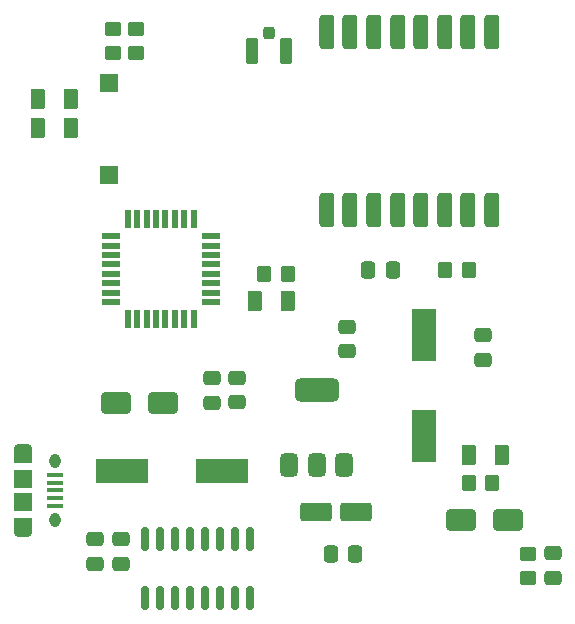
<source format=gbr>
%TF.GenerationSoftware,KiCad,Pcbnew,8.0.4-8.0.4-0~ubuntu24.04.1*%
%TF.CreationDate,2024-09-01T12:42:55+03:00*%
%TF.ProjectId,communication_body,636f6d6d-756e-4696-9361-74696f6e5f62,rev?*%
%TF.SameCoordinates,Original*%
%TF.FileFunction,Paste,Top*%
%TF.FilePolarity,Positive*%
%FSLAX46Y46*%
G04 Gerber Fmt 4.6, Leading zero omitted, Abs format (unit mm)*
G04 Created by KiCad (PCBNEW 8.0.4-8.0.4-0~ubuntu24.04.1) date 2024-09-01 12:42:55*
%MOMM*%
%LPD*%
G01*
G04 APERTURE LIST*
G04 Aperture macros list*
%AMRoundRect*
0 Rectangle with rounded corners*
0 $1 Rounding radius*
0 $2 $3 $4 $5 $6 $7 $8 $9 X,Y pos of 4 corners*
0 Add a 4 corners polygon primitive as box body*
4,1,4,$2,$3,$4,$5,$6,$7,$8,$9,$2,$3,0*
0 Add four circle primitives for the rounded corners*
1,1,$1+$1,$2,$3*
1,1,$1+$1,$4,$5*
1,1,$1+$1,$6,$7*
1,1,$1+$1,$8,$9*
0 Add four rect primitives between the rounded corners*
20,1,$1+$1,$2,$3,$4,$5,0*
20,1,$1+$1,$4,$5,$6,$7,0*
20,1,$1+$1,$6,$7,$8,$9,0*
20,1,$1+$1,$8,$9,$2,$3,0*%
G04 Aperture macros list end*
%ADD10O,1.550000X0.890000*%
%ADD11O,0.950000X1.250000*%
%ADD12R,1.350000X0.400000*%
%ADD13R,1.550000X1.200000*%
%ADD14R,1.550000X1.500000*%
%ADD15RoundRect,0.250000X-1.075000X-0.550000X1.075000X-0.550000X1.075000X0.550000X-1.075000X0.550000X0*%
%ADD16RoundRect,0.250000X-0.450000X0.350000X-0.450000X-0.350000X0.450000X-0.350000X0.450000X0.350000X0*%
%ADD17RoundRect,0.250000X-0.250000X0.275000X-0.250000X-0.275000X0.250000X-0.275000X0.250000X0.275000X0*%
%ADD18RoundRect,0.250000X-0.275000X0.850000X-0.275000X-0.850000X0.275000X-0.850000X0.275000X0.850000X0*%
%ADD19R,1.500000X1.500000*%
%ADD20RoundRect,0.150000X-0.150000X0.825000X-0.150000X-0.825000X0.150000X-0.825000X0.150000X0.825000X0*%
%ADD21RoundRect,0.250000X-0.350000X-0.450000X0.350000X-0.450000X0.350000X0.450000X-0.350000X0.450000X0*%
%ADD22RoundRect,0.250000X-0.375000X-0.625000X0.375000X-0.625000X0.375000X0.625000X-0.375000X0.625000X0*%
%ADD23RoundRect,0.250000X1.000000X0.650000X-1.000000X0.650000X-1.000000X-0.650000X1.000000X-0.650000X0*%
%ADD24RoundRect,0.250000X-0.337500X-0.475000X0.337500X-0.475000X0.337500X0.475000X-0.337500X0.475000X0*%
%ADD25RoundRect,0.250000X-0.475000X0.337500X-0.475000X-0.337500X0.475000X-0.337500X0.475000X0.337500X0*%
%ADD26RoundRect,0.250000X0.475000X-0.337500X0.475000X0.337500X-0.475000X0.337500X-0.475000X-0.337500X0*%
%ADD27RoundRect,0.375000X0.375000X-0.625000X0.375000X0.625000X-0.375000X0.625000X-0.375000X-0.625000X0*%
%ADD28RoundRect,0.500000X1.400000X-0.500000X1.400000X0.500000X-1.400000X0.500000X-1.400000X-0.500000X0*%
%ADD29RoundRect,0.250000X0.337500X0.475000X-0.337500X0.475000X-0.337500X-0.475000X0.337500X-0.475000X0*%
%ADD30R,2.000000X4.500000*%
%ADD31RoundRect,0.250000X0.450000X-0.350000X0.450000X0.350000X-0.450000X0.350000X-0.450000X-0.350000X0*%
%ADD32R,4.500000X2.000000*%
%ADD33RoundRect,0.250000X0.375000X0.625000X-0.375000X0.625000X-0.375000X-0.625000X0.375000X-0.625000X0*%
%ADD34R,0.550000X1.600000*%
%ADD35R,1.600000X0.550000*%
%ADD36RoundRect,0.250000X0.350000X0.450000X-0.350000X0.450000X-0.350000X-0.450000X0.350000X-0.450000X0*%
%ADD37RoundRect,0.317500X0.317500X-1.157500X0.317500X1.157500X-0.317500X1.157500X-0.317500X-1.157500X0*%
G04 APERTURE END LIST*
D10*
%TO.C,J7*%
X114090000Y-113352500D03*
D11*
X116790000Y-114352500D03*
X116790000Y-119352500D03*
D10*
X114090000Y-120352500D03*
D12*
X116790000Y-115552500D03*
X116790000Y-116202500D03*
X116790000Y-116852500D03*
X116790000Y-117502500D03*
X116790000Y-118152500D03*
D13*
X114090000Y-113952500D03*
D14*
X114090000Y-115852500D03*
X114090000Y-117852500D03*
D13*
X114090000Y-119752500D03*
%TD*%
D15*
%TO.C,C11*%
X138935000Y-118675000D03*
X142285000Y-118675000D03*
%TD*%
D16*
%TO.C,R4*%
X156865000Y-122265000D03*
X156865000Y-124265000D03*
%TD*%
D17*
%TO.C,AE2*%
X134925000Y-78105000D03*
D18*
X136400000Y-79630000D03*
X133450000Y-79630000D03*
%TD*%
D19*
%TO.C,SW1*%
X121365000Y-82365000D03*
X121365000Y-90165000D03*
%TD*%
D20*
%TO.C,U2*%
X133335000Y-120977500D03*
X132065000Y-120977500D03*
X130795000Y-120977500D03*
X129525000Y-120977500D03*
X128255000Y-120977500D03*
X126985000Y-120977500D03*
X125715000Y-120977500D03*
X124445000Y-120977500D03*
X124445000Y-125927500D03*
X125715000Y-125927500D03*
X126985000Y-125927500D03*
X128255000Y-125927500D03*
X129525000Y-125927500D03*
X130795000Y-125927500D03*
X132065000Y-125927500D03*
X133335000Y-125927500D03*
%TD*%
D21*
%TO.C,R3*%
X151825000Y-116235000D03*
X153825000Y-116235000D03*
%TD*%
D22*
%TO.C,D1*%
X133715000Y-100815000D03*
X136515000Y-100815000D03*
%TD*%
D23*
%TO.C,D5*%
X155165000Y-119365000D03*
X151165000Y-119365000D03*
%TD*%
D24*
%TO.C,C10*%
X140177500Y-122245000D03*
X142252500Y-122245000D03*
%TD*%
D23*
%TO.C,D4*%
X125937500Y-109427500D03*
X121937500Y-109427500D03*
%TD*%
D25*
%TO.C,C4*%
X132200000Y-107302500D03*
X132200000Y-109377500D03*
%TD*%
D26*
%TO.C,C1*%
X153055000Y-105802500D03*
X153055000Y-103727500D03*
%TD*%
D27*
%TO.C,U4*%
X136665000Y-114685000D03*
X138965000Y-114685000D03*
D28*
X138965000Y-108385000D03*
D27*
X141265000Y-114685000D03*
%TD*%
D29*
%TO.C,C3*%
X145410000Y-98165000D03*
X143335000Y-98165000D03*
%TD*%
D30*
%TO.C,Y1*%
X148065000Y-103715000D03*
X148065000Y-112215000D03*
%TD*%
D31*
%TO.C,R6*%
X121720000Y-79820000D03*
X121720000Y-77820000D03*
%TD*%
D32*
%TO.C,Y2*%
X130965000Y-115165000D03*
X122465000Y-115165000D03*
%TD*%
D33*
%TO.C,D6*%
X118130000Y-83740000D03*
X115330000Y-83740000D03*
%TD*%
D25*
%TO.C,C6*%
X130100000Y-107340000D03*
X130100000Y-109415000D03*
%TD*%
D26*
%TO.C,C7*%
X120175000Y-123062500D03*
X120175000Y-120987500D03*
%TD*%
D25*
%TO.C,C2*%
X141565000Y-102977500D03*
X141565000Y-105052500D03*
%TD*%
D34*
%TO.C,U3*%
X122965000Y-102365000D03*
X123765000Y-102365000D03*
X124565000Y-102365000D03*
X125365000Y-102365000D03*
X126165000Y-102365000D03*
X126965000Y-102365000D03*
X127765000Y-102365000D03*
X128565000Y-102365000D03*
D35*
X130015000Y-100915000D03*
X130015000Y-100115000D03*
X130015000Y-99315000D03*
X130015000Y-98515000D03*
X130015000Y-97715000D03*
X130015000Y-96915000D03*
X130015000Y-96115000D03*
X130015000Y-95315000D03*
D34*
X128565000Y-93865000D03*
X127765000Y-93865000D03*
X126965000Y-93865000D03*
X126165000Y-93865000D03*
X125365000Y-93865000D03*
X124565000Y-93865000D03*
X123765000Y-93865000D03*
X122965000Y-93865000D03*
D35*
X121515000Y-95315000D03*
X121515000Y-96115000D03*
X121515000Y-96915000D03*
X121515000Y-97715000D03*
X121515000Y-98515000D03*
X121515000Y-99315000D03*
X121515000Y-100115000D03*
X121515000Y-100915000D03*
%TD*%
D36*
%TO.C,R1*%
X151825000Y-98175000D03*
X149825000Y-98175000D03*
%TD*%
D33*
%TO.C,D3*%
X118130000Y-86200000D03*
X115330000Y-86200000D03*
%TD*%
%TO.C,D2*%
X154675000Y-113815000D03*
X151875000Y-113815000D03*
%TD*%
D31*
%TO.C,R5*%
X123710000Y-79810000D03*
X123710000Y-77810000D03*
%TD*%
D25*
%TO.C,C8*%
X158965000Y-122190000D03*
X158965000Y-124265000D03*
%TD*%
D36*
%TO.C,R2*%
X136515000Y-98515000D03*
X134515000Y-98515000D03*
%TD*%
D37*
%TO.C,U1*%
X139815000Y-93130000D03*
X141815000Y-93130000D03*
X143815000Y-93130000D03*
X145815000Y-93130000D03*
X147815000Y-93130000D03*
X149815000Y-93130000D03*
X151815000Y-93130000D03*
X153815000Y-93130000D03*
X153815000Y-78080000D03*
X151815000Y-78080000D03*
X149815000Y-78080000D03*
X147815000Y-78080000D03*
X145815000Y-78080000D03*
X143815000Y-78080000D03*
X141815000Y-78080000D03*
X139815000Y-78080000D03*
%TD*%
D26*
%TO.C,C9*%
X122435000Y-123052500D03*
X122435000Y-120977500D03*
%TD*%
M02*

</source>
